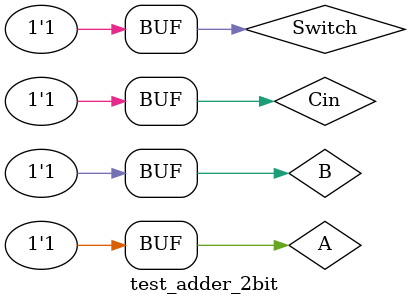
<source format=v>
`timescale 1ns / 1ps


module test_adder_2bit();
  reg A, B, Cin, Switch;
  wire S, Cout;

  adder_2bit a2b(A, B, Switch, Cin, Cout, S);
  
    initial begin
    A = 1'b0;B = 1'b0;Cin = 1'b0;Switch = 1'b0;
    #100;
    A = 1'b0;B = 1'b0;Cin = 1'b0;Switch = 1'b1;
    #100;
    A = 1'b0;B = 1'b0;Cin = 1'b1;Switch = 1'b0;
    #100;
    A = 1'b0;B = 1'b0;Cin = 1'b1;Switch = 1'b1;
    #100;
    A = 1'b0;B = 1'b1;Cin = 1'b0;Switch = 1'b0;
    #100;
    A = 1'b0;B = 1'b1;Cin = 1'b0;Switch = 1'b1;
    #100;
    A = 1'b0;B = 1'b1;Cin = 1'b1;Switch = 1'b0;
    #100;
    A = 1'b0;B = 1'b1;Cin = 1'b1;Switch = 1'b1;
    #100;
    A = 1'b1;B = 1'b0;Cin = 1'b0;Switch = 1'b0;
    #100;
    A = 1'b1;B = 1'b0;Cin = 1'b0;Switch = 1'b1;
    #100;
    A = 1'b1;B = 1'b0;Cin = 1'b1;Switch = 1'b0;
    #100;
    A = 1'b1;B = 1'b0;Cin = 1'b1;Switch = 1'b1;
    #100;
    A = 1'b1;B = 1'b1;Cin = 1'b0;Switch = 1'b0;
    #100;
    A = 1'b1;B = 1'b1;Cin = 1'b0;Switch = 1'b1;
    #100;
    A = 1'b1;B = 1'b1;Cin = 1'b1;Switch = 1'b0;
    #100;
    A = 1'b1;B = 1'b1;Cin = 1'b1;Switch = 1'b1;
    #100;
    end

endmodule

</source>
